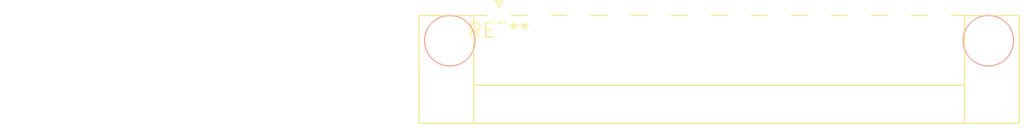
<source format=kicad_pcb>
(kicad_pcb (version 20240108) (generator pcbnew)
  (layers (0 "F.Cu" signal) (31 "B.Cu" signal) (34 "B.Paste" user) (35 "F.Paste" user) (36 "B.SilkS" user "B.Silkscreen") (37 "F.SilkS" user "F.Silkscreen") (38 "B.Mask" user) (39 "F.Mask" user) (44 "Edge.Cuts" user))
  (net 0 "")
  (footprint "PhoenixContact_MC_1,5_12-GF-3.5_1x12_P3.50mm_Horizontal_ThreadedFlange_MountHole" (layer "F.Cu") (at 0 0)
    (property "Reference" "REF**")
    (property "Value" "PhoenixContact_MC_1,5_12-GF-3.5_1x12_P3.50mm_Horizontal_ThreadedFlange_MountHole")
    (fp_circle (center -4.3 0.9) (end -2.09 0.9) (layer "B.SilkS") (stroke (width 0.12)) (fill none))
    (fp_circle (center 42.8 0.9) (end 45.01 0.9) (layer "B.SilkS") (stroke (width 0.12)) (fill none))
    (fp_line (start -7.01 -1.31) (end -7.01 8.11) (layer "F.SilkS") (stroke (width 0.12)))
    (fp_line (start -7.01 -1.31) (end -1.05 -1.31) (layer "F.SilkS") (stroke (width 0.12)))
    (fp_line (start -7.01 8.11) (end 45.51 8.11) (layer "F.SilkS") (stroke (width 0.12)))
    (fp_line (start -2.21 -1.31) (end -2.21 8.11) (layer "F.SilkS") (stroke (width 0.12)))
    (fp_line (start -2.21 4.8) (end 40.71 4.8) (layer "F.SilkS") (stroke (width 0.12)))
    (fp_line (start -0.3 -2.6) (end 0.3 -2.6) (layer "F.SilkS") (stroke (width 0.12)))
    (fp_line (start 0 -2) (end -0.3 -2.6) (layer "F.SilkS") (stroke (width 0.12)))
    (fp_line (start 0.3 -2.6) (end 0 -2) (layer "F.SilkS") (stroke (width 0.12)))
    (fp_line (start 1.05 -1.31) (end 2.45 -1.31) (layer "F.SilkS") (stroke (width 0.12)))
    (fp_line (start 4.55 -1.31) (end 5.95 -1.31) (layer "F.SilkS") (stroke (width 0.12)))
    (fp_line (start 8.05 -1.31) (end 9.45 -1.31) (layer "F.SilkS") (stroke (width 0.12)))
    (fp_line (start 11.55 -1.31) (end 12.95 -1.31) (layer "F.SilkS") (stroke (width 0.12)))
    (fp_line (start 15.05 -1.31) (end 16.45 -1.31) (layer "F.SilkS") (stroke (width 0.12)))
    (fp_line (start 18.55 -1.31) (end 19.95 -1.31) (layer "F.SilkS") (stroke (width 0.12)))
    (fp_line (start 22.05 -1.31) (end 23.45 -1.31) (layer "F.SilkS") (stroke (width 0.12)))
    (fp_line (start 25.55 -1.31) (end 26.95 -1.31) (layer "F.SilkS") (stroke (width 0.12)))
    (fp_line (start 29.05 -1.31) (end 30.45 -1.31) (layer "F.SilkS") (stroke (width 0.12)))
    (fp_line (start 32.55 -1.31) (end 33.95 -1.31) (layer "F.SilkS") (stroke (width 0.12)))
    (fp_line (start 36.05 -1.31) (end 37.45 -1.31) (layer "F.SilkS") (stroke (width 0.12)))
    (fp_line (start 40.71 -1.31) (end 40.71 8.11) (layer "F.SilkS") (stroke (width 0.12)))
    (fp_line (start 45.51 -1.31) (end 39.55 -1.31) (layer "F.SilkS") (stroke (width 0.12)))
    (fp_line (start 45.51 8.11) (end 45.51 -1.31) (layer "F.SilkS") (stroke (width 0.12)))
    (pad "" np_thru_hole circle (at -4.3 0.9) (size 2.4 2.4) (drill 2.4) (layers *.Cu *.Mask))
    (pad "" np_thru_hole circle (at 42.8 0.9) (size 2.4 2.4) (drill 2.4) (layers *.Cu *.Mask))
    (pad "1" thru_hole roundrect (at 0 0) (size 1.8 3.6) (drill 1.2) (layers *.Cu *.Mask) (remove_unused_layers) (roundrect_rratio 0.138889))
    (pad "2" thru_hole oval (at 3.5 0) (size 1.8 3.6) (drill 1.2) (layers *.Cu *.Mask) (remove_unused_layers))
    (pad "3" thru_hole oval (at 7 0) (size 1.8 3.6) (drill 1.2) (layers *.Cu *.Mask) (remove_unused_layers))
    (pad "4" thru_hole oval (at 10.5 0) (size 1.8 3.6) (drill 1.2) (layers *.Cu *.Mask) (remove_unused_layers))
    (pad "5" thru_hole oval (at 14 0) (size 1.8 3.6) (drill 1.2) (layers *.Cu *.Mask) (remove_unused_layers))
    (pad "6" thru_hole oval (at 17.5 0) (size 1.8 3.6) (drill 1.2) (layers *.Cu *.Mask) (remove_unused_layers))
    (pad "7" thru_hole oval (at 21 0) (size 1.8 3.6) (drill 1.2) (layers *.Cu *.Mask) (remove_unused_layers))
    (pad "8" thru_hole oval (at 24.5 0) (size 1.8 3.6) (drill 1.2) (layers *.Cu *.Mask) (remove_unused_layers))
    (pad "9" thru_hole oval (at 28 0) (size 1.8 3.6) (drill 1.2) (layers *.Cu *.Mask) (remove_unused_layers))
    (pad "10" thru_hole oval (at 31.5 0) (size 1.8 3.6) (drill 1.2) (layers *.Cu *.Mask) (remove_unused_layers))
    (pad "11" thru_hole oval (at 35 0) (size 1.8 3.6) (drill 1.2) (layers *.Cu *.Mask) (remove_unused_layers))
    (pad "12" thru_hole oval (at 38.5 0) (size 1.8 3.6) (drill 1.2) (layers *.Cu *.Mask) (remove_unused_layers))
  )
)
</source>
